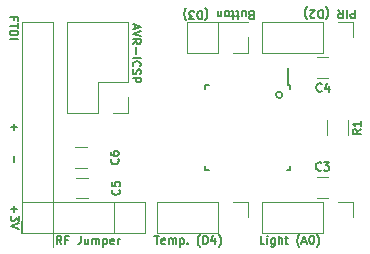
<source format=gto>
G04 #@! TF.FileFunction,Legend,Top*
%FSLAX46Y46*%
G04 Gerber Fmt 4.6, Leading zero omitted, Abs format (unit mm)*
G04 Created by KiCad (PCBNEW 4.0.5+dfsg1-4) date Tue May  8 10:32:57 2018*
%MOMM*%
%LPD*%
G01*
G04 APERTURE LIST*
%ADD10C,0.100000*%
%ADD11C,0.150000*%
%ADD12C,0.120000*%
%ADD13C,0.200000*%
G04 APERTURE END LIST*
D10*
D11*
X4556668Y-20046667D02*
X4323334Y-19713333D01*
X4156668Y-20046667D02*
X4156668Y-19346667D01*
X4423334Y-19346667D01*
X4490001Y-19380000D01*
X4523334Y-19413333D01*
X4556668Y-19480000D01*
X4556668Y-19580000D01*
X4523334Y-19646667D01*
X4490001Y-19680000D01*
X4423334Y-19713333D01*
X4156668Y-19713333D01*
X5090001Y-19680000D02*
X4856668Y-19680000D01*
X4856668Y-20046667D02*
X4856668Y-19346667D01*
X5190001Y-19346667D01*
X6190001Y-19346667D02*
X6190001Y-19846667D01*
X6156667Y-19946667D01*
X6090001Y-20013333D01*
X5990001Y-20046667D01*
X5923334Y-20046667D01*
X6823334Y-19580000D02*
X6823334Y-20046667D01*
X6523334Y-19580000D02*
X6523334Y-19946667D01*
X6556667Y-20013333D01*
X6623334Y-20046667D01*
X6723334Y-20046667D01*
X6790000Y-20013333D01*
X6823334Y-19980000D01*
X7156667Y-20046667D02*
X7156667Y-19580000D01*
X7156667Y-19646667D02*
X7190000Y-19613333D01*
X7256667Y-19580000D01*
X7356667Y-19580000D01*
X7423333Y-19613333D01*
X7456667Y-19680000D01*
X7456667Y-20046667D01*
X7456667Y-19680000D02*
X7490000Y-19613333D01*
X7556667Y-19580000D01*
X7656667Y-19580000D01*
X7723333Y-19613333D01*
X7756667Y-19680000D01*
X7756667Y-20046667D01*
X8090000Y-19580000D02*
X8090000Y-20280000D01*
X8090000Y-19613333D02*
X8156666Y-19580000D01*
X8290000Y-19580000D01*
X8356666Y-19613333D01*
X8390000Y-19646667D01*
X8423333Y-19713333D01*
X8423333Y-19913333D01*
X8390000Y-19980000D01*
X8356666Y-20013333D01*
X8290000Y-20046667D01*
X8156666Y-20046667D01*
X8090000Y-20013333D01*
X8989999Y-20013333D02*
X8923333Y-20046667D01*
X8789999Y-20046667D01*
X8723333Y-20013333D01*
X8689999Y-19946667D01*
X8689999Y-19680000D01*
X8723333Y-19613333D01*
X8789999Y-19580000D01*
X8923333Y-19580000D01*
X8989999Y-19613333D01*
X9023333Y-19680000D01*
X9023333Y-19746667D01*
X8689999Y-19813333D01*
X9323333Y-20046667D02*
X9323333Y-19580000D01*
X9323333Y-19713333D02*
X9356666Y-19646667D01*
X9389999Y-19613333D01*
X9456666Y-19580000D01*
X9523333Y-19580000D01*
D12*
X3880000Y-18900000D02*
X3880000Y-20270000D01*
X11630000Y-19100000D02*
X11630000Y-17550000D01*
X8890000Y-19130000D02*
X11610000Y-19130000D01*
X8990000Y-16470000D02*
X10400000Y-16470000D01*
D11*
X1200000Y-19090000D02*
X1200000Y-18120000D01*
D12*
X2600000Y-19110000D02*
X1260000Y-19110000D01*
X1210000Y-16290000D02*
X1210000Y-18090000D01*
D11*
X520000Y-16820000D02*
X520000Y-17353333D01*
X253333Y-17086666D02*
X786667Y-17086666D01*
X953333Y-17620000D02*
X953333Y-18053333D01*
X686667Y-17820000D01*
X686667Y-17920000D01*
X653333Y-17986667D01*
X620000Y-18020000D01*
X553333Y-18053333D01*
X386667Y-18053333D01*
X320000Y-18020000D01*
X286667Y-17986667D01*
X253333Y-17920000D01*
X253333Y-17720000D01*
X286667Y-17653333D01*
X320000Y-17620000D01*
X953333Y-18253334D02*
X253333Y-18486667D01*
X953333Y-18720000D01*
X10783333Y-1450000D02*
X10783333Y-1783334D01*
X10583333Y-1383334D02*
X11283333Y-1616667D01*
X10583333Y-1850000D01*
X11283333Y-1983334D02*
X10583333Y-2216667D01*
X11283333Y-2450000D01*
X10583333Y-3083334D02*
X10916667Y-2850000D01*
X10583333Y-2683334D02*
X11283333Y-2683334D01*
X11283333Y-2950000D01*
X11250000Y-3016667D01*
X11216667Y-3050000D01*
X11150000Y-3083334D01*
X11050000Y-3083334D01*
X10983333Y-3050000D01*
X10950000Y-3016667D01*
X10916667Y-2950000D01*
X10916667Y-2683334D01*
X10850000Y-3383334D02*
X10850000Y-3916667D01*
X10583333Y-4250001D02*
X11283333Y-4250001D01*
X10650000Y-4983334D02*
X10616667Y-4950000D01*
X10583333Y-4850000D01*
X10583333Y-4783334D01*
X10616667Y-4683334D01*
X10683333Y-4616667D01*
X10750000Y-4583334D01*
X10883333Y-4550000D01*
X10983333Y-4550000D01*
X11116667Y-4583334D01*
X11183333Y-4616667D01*
X11250000Y-4683334D01*
X11283333Y-4783334D01*
X11283333Y-4850000D01*
X11250000Y-4950000D01*
X11216667Y-4983334D01*
X10616667Y-5250000D02*
X10583333Y-5350000D01*
X10583333Y-5516667D01*
X10616667Y-5583334D01*
X10650000Y-5616667D01*
X10716667Y-5650000D01*
X10783333Y-5650000D01*
X10850000Y-5616667D01*
X10883333Y-5583334D01*
X10916667Y-5516667D01*
X10950000Y-5383334D01*
X10983333Y-5316667D01*
X11016667Y-5283334D01*
X11083333Y-5250000D01*
X11150000Y-5250000D01*
X11216667Y-5283334D01*
X11250000Y-5316667D01*
X11283333Y-5383334D01*
X11283333Y-5550000D01*
X11250000Y-5650000D01*
X10583333Y-5950001D02*
X11283333Y-5950001D01*
X11283333Y-6216667D01*
X11250000Y-6283334D01*
X11216667Y-6316667D01*
X11150000Y-6350001D01*
X11050000Y-6350001D01*
X10983333Y-6316667D01*
X10950000Y-6283334D01*
X10916667Y-6216667D01*
X10916667Y-5950001D01*
X550000Y-12533334D02*
X550000Y-13066667D01*
X550000Y-9833334D02*
X550000Y-10366667D01*
X283333Y-10100000D02*
X816667Y-10100000D01*
X550000Y-1066667D02*
X550000Y-833334D01*
X183333Y-833334D02*
X883333Y-833334D01*
X883333Y-1166667D01*
X883333Y-1333334D02*
X883333Y-1733334D01*
X183333Y-1533334D02*
X883333Y-1533334D01*
X183333Y-1966667D02*
X883333Y-1966667D01*
X883333Y-2133333D01*
X850000Y-2233333D01*
X783333Y-2300000D01*
X716667Y-2333333D01*
X583333Y-2366667D01*
X483333Y-2366667D01*
X350000Y-2333333D01*
X283333Y-2300000D01*
X216667Y-2233333D01*
X183333Y-2133333D01*
X183333Y-1966667D01*
X183333Y-2666667D02*
X883333Y-2666667D01*
D13*
X23259258Y-7400000D02*
G75*
G03X23259258Y-7400000I-269258J0D01*
G01*
D11*
X12433334Y-19316667D02*
X12833334Y-19316667D01*
X12633334Y-20016667D02*
X12633334Y-19316667D01*
X13333333Y-19983333D02*
X13266667Y-20016667D01*
X13133333Y-20016667D01*
X13066667Y-19983333D01*
X13033333Y-19916667D01*
X13033333Y-19650000D01*
X13066667Y-19583333D01*
X13133333Y-19550000D01*
X13266667Y-19550000D01*
X13333333Y-19583333D01*
X13366667Y-19650000D01*
X13366667Y-19716667D01*
X13033333Y-19783333D01*
X13666667Y-20016667D02*
X13666667Y-19550000D01*
X13666667Y-19616667D02*
X13700000Y-19583333D01*
X13766667Y-19550000D01*
X13866667Y-19550000D01*
X13933333Y-19583333D01*
X13966667Y-19650000D01*
X13966667Y-20016667D01*
X13966667Y-19650000D02*
X14000000Y-19583333D01*
X14066667Y-19550000D01*
X14166667Y-19550000D01*
X14233333Y-19583333D01*
X14266667Y-19650000D01*
X14266667Y-20016667D01*
X14600000Y-19550000D02*
X14600000Y-20250000D01*
X14600000Y-19583333D02*
X14666666Y-19550000D01*
X14800000Y-19550000D01*
X14866666Y-19583333D01*
X14900000Y-19616667D01*
X14933333Y-19683333D01*
X14933333Y-19883333D01*
X14900000Y-19950000D01*
X14866666Y-19983333D01*
X14800000Y-20016667D01*
X14666666Y-20016667D01*
X14600000Y-19983333D01*
X15233333Y-19950000D02*
X15266666Y-19983333D01*
X15233333Y-20016667D01*
X15199999Y-19983333D01*
X15233333Y-19950000D01*
X15233333Y-20016667D01*
X16299999Y-20283333D02*
X16266665Y-20250000D01*
X16199999Y-20150000D01*
X16166665Y-20083333D01*
X16133332Y-19983333D01*
X16099999Y-19816667D01*
X16099999Y-19683333D01*
X16133332Y-19516667D01*
X16166665Y-19416667D01*
X16199999Y-19350000D01*
X16266665Y-19250000D01*
X16299999Y-19216667D01*
X16566666Y-20016667D02*
X16566666Y-19316667D01*
X16733332Y-19316667D01*
X16833332Y-19350000D01*
X16899999Y-19416667D01*
X16933332Y-19483333D01*
X16966666Y-19616667D01*
X16966666Y-19716667D01*
X16933332Y-19850000D01*
X16899999Y-19916667D01*
X16833332Y-19983333D01*
X16733332Y-20016667D01*
X16566666Y-20016667D01*
X17566666Y-19550000D02*
X17566666Y-20016667D01*
X17399999Y-19283333D02*
X17233332Y-19783333D01*
X17666666Y-19783333D01*
X17866666Y-20283333D02*
X17899999Y-20250000D01*
X17966666Y-20150000D01*
X17999999Y-20083333D01*
X18033333Y-19983333D01*
X18066666Y-19816667D01*
X18066666Y-19683333D01*
X18033333Y-19516667D01*
X17999999Y-19416667D01*
X17966666Y-19350000D01*
X17899999Y-19250000D01*
X17866666Y-19216667D01*
X21750000Y-20016667D02*
X21416667Y-20016667D01*
X21416667Y-19316667D01*
X21983334Y-20016667D02*
X21983334Y-19550000D01*
X21983334Y-19316667D02*
X21950000Y-19350000D01*
X21983334Y-19383333D01*
X22016667Y-19350000D01*
X21983334Y-19316667D01*
X21983334Y-19383333D01*
X22616667Y-19550000D02*
X22616667Y-20116667D01*
X22583333Y-20183333D01*
X22550000Y-20216667D01*
X22483333Y-20250000D01*
X22383333Y-20250000D01*
X22316667Y-20216667D01*
X22616667Y-19983333D02*
X22550000Y-20016667D01*
X22416667Y-20016667D01*
X22350000Y-19983333D01*
X22316667Y-19950000D01*
X22283333Y-19883333D01*
X22283333Y-19683333D01*
X22316667Y-19616667D01*
X22350000Y-19583333D01*
X22416667Y-19550000D01*
X22550000Y-19550000D01*
X22616667Y-19583333D01*
X22950000Y-20016667D02*
X22950000Y-19316667D01*
X23250000Y-20016667D02*
X23250000Y-19650000D01*
X23216666Y-19583333D01*
X23150000Y-19550000D01*
X23050000Y-19550000D01*
X22983333Y-19583333D01*
X22950000Y-19616667D01*
X23483333Y-19550000D02*
X23749999Y-19550000D01*
X23583333Y-19316667D02*
X23583333Y-19916667D01*
X23616666Y-19983333D01*
X23683333Y-20016667D01*
X23749999Y-20016667D01*
X24716666Y-20283333D02*
X24683332Y-20250000D01*
X24616666Y-20150000D01*
X24583332Y-20083333D01*
X24549999Y-19983333D01*
X24516666Y-19816667D01*
X24516666Y-19683333D01*
X24549999Y-19516667D01*
X24583332Y-19416667D01*
X24616666Y-19350000D01*
X24683332Y-19250000D01*
X24716666Y-19216667D01*
X24949999Y-19816667D02*
X25283333Y-19816667D01*
X24883333Y-20016667D02*
X25116666Y-19316667D01*
X25349999Y-20016667D01*
X25716666Y-19316667D02*
X25783333Y-19316667D01*
X25849999Y-19350000D01*
X25883333Y-19383333D01*
X25916666Y-19450000D01*
X25949999Y-19583333D01*
X25949999Y-19750000D01*
X25916666Y-19883333D01*
X25883333Y-19950000D01*
X25849999Y-19983333D01*
X25783333Y-20016667D01*
X25716666Y-20016667D01*
X25649999Y-19983333D01*
X25616666Y-19950000D01*
X25583333Y-19883333D01*
X25549999Y-19750000D01*
X25549999Y-19583333D01*
X25583333Y-19450000D01*
X25616666Y-19383333D01*
X25649999Y-19350000D01*
X25716666Y-19316667D01*
X26183333Y-20283333D02*
X26216666Y-20250000D01*
X26283333Y-20150000D01*
X26316666Y-20083333D01*
X26350000Y-19983333D01*
X26383333Y-19816667D01*
X26383333Y-19683333D01*
X26350000Y-19516667D01*
X26316666Y-19416667D01*
X26283333Y-19350000D01*
X26216666Y-19250000D01*
X26183333Y-19216667D01*
X29416666Y-183333D02*
X29416666Y-883333D01*
X29150000Y-883333D01*
X29083333Y-850000D01*
X29050000Y-816667D01*
X29016666Y-750000D01*
X29016666Y-650000D01*
X29050000Y-583333D01*
X29083333Y-550000D01*
X29150000Y-516667D01*
X29416666Y-516667D01*
X28716666Y-183333D02*
X28716666Y-883333D01*
X27983333Y-183333D02*
X28216667Y-516667D01*
X28383333Y-183333D02*
X28383333Y-883333D01*
X28116667Y-883333D01*
X28050000Y-850000D01*
X28016667Y-816667D01*
X27983333Y-750000D01*
X27983333Y-650000D01*
X28016667Y-583333D01*
X28050000Y-550000D01*
X28116667Y-516667D01*
X28383333Y-516667D01*
X26950000Y83333D02*
X26983334Y50000D01*
X27050000Y-50000D01*
X27083334Y-116667D01*
X27116667Y-216667D01*
X27150000Y-383333D01*
X27150000Y-516667D01*
X27116667Y-683333D01*
X27083334Y-783333D01*
X27050000Y-850000D01*
X26983334Y-950000D01*
X26950000Y-983333D01*
X26683333Y-183333D02*
X26683333Y-883333D01*
X26516667Y-883333D01*
X26416667Y-850000D01*
X26350000Y-783333D01*
X26316667Y-716667D01*
X26283333Y-583333D01*
X26283333Y-483333D01*
X26316667Y-350000D01*
X26350000Y-283333D01*
X26416667Y-216667D01*
X26516667Y-183333D01*
X26683333Y-183333D01*
X26016667Y-816667D02*
X25983333Y-850000D01*
X25916667Y-883333D01*
X25750000Y-883333D01*
X25683333Y-850000D01*
X25650000Y-816667D01*
X25616667Y-750000D01*
X25616667Y-683333D01*
X25650000Y-583333D01*
X26050000Y-183333D01*
X25616667Y-183333D01*
X25383333Y83333D02*
X25350000Y50000D01*
X25283333Y-50000D01*
X25250000Y-116667D01*
X25216666Y-216667D01*
X25183333Y-383333D01*
X25183333Y-516667D01*
X25216666Y-683333D01*
X25250000Y-783333D01*
X25283333Y-850000D01*
X25350000Y-950000D01*
X25383333Y-983333D01*
X20616666Y-650000D02*
X20516666Y-616667D01*
X20483333Y-583333D01*
X20449999Y-516667D01*
X20449999Y-416667D01*
X20483333Y-350000D01*
X20516666Y-316667D01*
X20583333Y-283333D01*
X20849999Y-283333D01*
X20849999Y-983333D01*
X20616666Y-983333D01*
X20549999Y-950000D01*
X20516666Y-916667D01*
X20483333Y-850000D01*
X20483333Y-783333D01*
X20516666Y-716667D01*
X20549999Y-683333D01*
X20616666Y-650000D01*
X20849999Y-650000D01*
X19849999Y-750000D02*
X19849999Y-283333D01*
X20149999Y-750000D02*
X20149999Y-383333D01*
X20116666Y-316667D01*
X20049999Y-283333D01*
X19949999Y-283333D01*
X19883333Y-316667D01*
X19849999Y-350000D01*
X19616666Y-750000D02*
X19350000Y-750000D01*
X19516666Y-983333D02*
X19516666Y-383333D01*
X19483333Y-316667D01*
X19416666Y-283333D01*
X19350000Y-283333D01*
X19216666Y-750000D02*
X18950000Y-750000D01*
X19116666Y-983333D02*
X19116666Y-383333D01*
X19083333Y-316667D01*
X19016666Y-283333D01*
X18950000Y-283333D01*
X18616666Y-283333D02*
X18683333Y-316667D01*
X18716666Y-350000D01*
X18750000Y-416667D01*
X18750000Y-616667D01*
X18716666Y-683333D01*
X18683333Y-716667D01*
X18616666Y-750000D01*
X18516666Y-750000D01*
X18450000Y-716667D01*
X18416666Y-683333D01*
X18383333Y-616667D01*
X18383333Y-416667D01*
X18416666Y-350000D01*
X18450000Y-316667D01*
X18516666Y-283333D01*
X18616666Y-283333D01*
X18083333Y-750000D02*
X18083333Y-283333D01*
X18083333Y-683333D02*
X18050000Y-716667D01*
X17983333Y-750000D01*
X17883333Y-750000D01*
X17816667Y-716667D01*
X17783333Y-650000D01*
X17783333Y-283333D01*
X16716667Y-16667D02*
X16750001Y-50000D01*
X16816667Y-150000D01*
X16850001Y-216667D01*
X16883334Y-316667D01*
X16916667Y-483333D01*
X16916667Y-616667D01*
X16883334Y-783333D01*
X16850001Y-883333D01*
X16816667Y-950000D01*
X16750001Y-1050000D01*
X16716667Y-1083333D01*
X16450000Y-283333D02*
X16450000Y-983333D01*
X16283334Y-983333D01*
X16183334Y-950000D01*
X16116667Y-883333D01*
X16083334Y-816667D01*
X16050000Y-683333D01*
X16050000Y-583333D01*
X16083334Y-450000D01*
X16116667Y-383333D01*
X16183334Y-316667D01*
X16283334Y-283333D01*
X16450000Y-283333D01*
X15816667Y-983333D02*
X15383334Y-983333D01*
X15616667Y-716667D01*
X15516667Y-716667D01*
X15450000Y-683333D01*
X15416667Y-650000D01*
X15383334Y-583333D01*
X15383334Y-416667D01*
X15416667Y-350000D01*
X15450000Y-316667D01*
X15516667Y-283333D01*
X15716667Y-283333D01*
X15783334Y-316667D01*
X15816667Y-350000D01*
X15150000Y-16667D02*
X15116667Y-50000D01*
X15050000Y-150000D01*
X15016667Y-216667D01*
X14983333Y-316667D01*
X14950000Y-483333D01*
X14950000Y-616667D01*
X14983333Y-783333D01*
X15016667Y-883333D01*
X15050000Y-950000D01*
X15116667Y-1050000D01*
X15150000Y-1083333D01*
D12*
X3890000Y-16470000D02*
X3890000Y-19130000D01*
X9030000Y-16470000D02*
X3890000Y-16470000D01*
X9030000Y-19130000D02*
X3890000Y-19130000D01*
X9030000Y-16470000D02*
X9030000Y-19130000D01*
X10300000Y-16470000D02*
X11630000Y-16470000D01*
X11630000Y-16470000D02*
X11630000Y-17800000D01*
X3870000Y-1210000D02*
X1210000Y-1210000D01*
X3870000Y-16510000D02*
X3870000Y-1210000D01*
X1210000Y-16510000D02*
X1210000Y-1210000D01*
X3870000Y-16510000D02*
X1210000Y-16510000D01*
X3870000Y-17780000D02*
X3870000Y-19110000D01*
X3870000Y-19110000D02*
X2540000Y-19110000D01*
X12640000Y-16450000D02*
X12640000Y-19110000D01*
X17780000Y-16450000D02*
X12640000Y-16450000D01*
X17780000Y-19110000D02*
X12640000Y-19110000D01*
X17780000Y-16450000D02*
X17780000Y-19110000D01*
X19050000Y-16450000D02*
X20380000Y-16450000D01*
X20380000Y-16450000D02*
X20380000Y-17780000D01*
X27170000Y-14390000D02*
X26170000Y-14390000D01*
X26170000Y-16090000D02*
X27170000Y-16090000D01*
X26170000Y-5930000D02*
X27170000Y-5930000D01*
X27170000Y-4230000D02*
X26170000Y-4230000D01*
X6800000Y-14450000D02*
X5800000Y-14450000D01*
X5800000Y-16150000D02*
X6800000Y-16150000D01*
X6700000Y-11850000D02*
X5700000Y-11850000D01*
X5700000Y-13550000D02*
X6700000Y-13550000D01*
D11*
X23945000Y-6535000D02*
X23720000Y-6535000D01*
X23945000Y-13785000D02*
X23620000Y-13785000D01*
X16695000Y-13785000D02*
X17020000Y-13785000D01*
X16695000Y-6535000D02*
X17020000Y-6535000D01*
X23945000Y-6535000D02*
X23945000Y-6860000D01*
X16695000Y-6535000D02*
X16695000Y-6860000D01*
X16695000Y-13785000D02*
X16695000Y-13460000D01*
X23945000Y-13785000D02*
X23945000Y-13460000D01*
X23720000Y-6535000D02*
X23720000Y-5110000D01*
D12*
X28820000Y-9560000D02*
X28820000Y-10760000D01*
X27060000Y-10760000D02*
X27060000Y-9560000D01*
X10220000Y-1210000D02*
X5020000Y-1210000D01*
X10220000Y-6350000D02*
X10220000Y-1210000D01*
X5020000Y-8950000D02*
X5020000Y-1210000D01*
X10220000Y-6350000D02*
X7620000Y-6350000D01*
X7620000Y-6350000D02*
X7620000Y-8950000D01*
X7620000Y-8950000D02*
X5020000Y-8950000D01*
X10220000Y-7620000D02*
X10220000Y-8950000D01*
X10220000Y-8950000D02*
X8890000Y-8950000D01*
X21530000Y-1210000D02*
X21530000Y-3870000D01*
X26670000Y-1210000D02*
X21530000Y-1210000D01*
X26670000Y-3870000D02*
X21530000Y-3870000D01*
X26670000Y-1210000D02*
X26670000Y-3870000D01*
X27940000Y-1210000D02*
X29270000Y-1210000D01*
X29270000Y-1210000D02*
X29270000Y-2540000D01*
X21530000Y-16450000D02*
X21530000Y-19110000D01*
X26670000Y-16450000D02*
X21530000Y-16450000D01*
X26670000Y-19110000D02*
X21530000Y-19110000D01*
X26670000Y-16450000D02*
X26670000Y-19110000D01*
X27940000Y-16450000D02*
X29270000Y-16450000D01*
X29270000Y-16450000D02*
X29270000Y-17780000D01*
X20380000Y-1210000D02*
X15180000Y-1210000D01*
X20380000Y-1270000D02*
X20380000Y-1210000D01*
X15180000Y-3870000D02*
X15180000Y-1210000D01*
X20380000Y-1270000D02*
X17780000Y-1270000D01*
X17780000Y-1270000D02*
X17780000Y-3870000D01*
X17780000Y-3870000D02*
X15180000Y-3870000D01*
X20380000Y-2540000D02*
X20380000Y-3870000D01*
X20380000Y-3870000D02*
X19050000Y-3870000D01*
D11*
X26553334Y-13740000D02*
X26520000Y-13773333D01*
X26420000Y-13806667D01*
X26353334Y-13806667D01*
X26253334Y-13773333D01*
X26186667Y-13706667D01*
X26153334Y-13640000D01*
X26120000Y-13506667D01*
X26120000Y-13406667D01*
X26153334Y-13273333D01*
X26186667Y-13206667D01*
X26253334Y-13140000D01*
X26353334Y-13106667D01*
X26420000Y-13106667D01*
X26520000Y-13140000D01*
X26553334Y-13173333D01*
X26786667Y-13106667D02*
X27220000Y-13106667D01*
X26986667Y-13373333D01*
X27086667Y-13373333D01*
X27153334Y-13406667D01*
X27186667Y-13440000D01*
X27220000Y-13506667D01*
X27220000Y-13673333D01*
X27186667Y-13740000D01*
X27153334Y-13773333D01*
X27086667Y-13806667D01*
X26886667Y-13806667D01*
X26820000Y-13773333D01*
X26786667Y-13740000D01*
X26583334Y-7050000D02*
X26550000Y-7083333D01*
X26450000Y-7116667D01*
X26383334Y-7116667D01*
X26283334Y-7083333D01*
X26216667Y-7016667D01*
X26183334Y-6950000D01*
X26150000Y-6816667D01*
X26150000Y-6716667D01*
X26183334Y-6583333D01*
X26216667Y-6516667D01*
X26283334Y-6450000D01*
X26383334Y-6416667D01*
X26450000Y-6416667D01*
X26550000Y-6450000D01*
X26583334Y-6483333D01*
X27183334Y-6650000D02*
X27183334Y-7116667D01*
X27016667Y-6383333D02*
X26850000Y-6883333D01*
X27283334Y-6883333D01*
X9450000Y-15416666D02*
X9483333Y-15450000D01*
X9516667Y-15550000D01*
X9516667Y-15616666D01*
X9483333Y-15716666D01*
X9416667Y-15783333D01*
X9350000Y-15816666D01*
X9216667Y-15850000D01*
X9116667Y-15850000D01*
X8983333Y-15816666D01*
X8916667Y-15783333D01*
X8850000Y-15716666D01*
X8816667Y-15616666D01*
X8816667Y-15550000D01*
X8850000Y-15450000D01*
X8883333Y-15416666D01*
X8816667Y-14783333D02*
X8816667Y-15116666D01*
X9150000Y-15150000D01*
X9116667Y-15116666D01*
X9083333Y-15050000D01*
X9083333Y-14883333D01*
X9116667Y-14816666D01*
X9150000Y-14783333D01*
X9216667Y-14750000D01*
X9383333Y-14750000D01*
X9450000Y-14783333D01*
X9483333Y-14816666D01*
X9516667Y-14883333D01*
X9516667Y-15050000D01*
X9483333Y-15116666D01*
X9450000Y-15150000D01*
X9350000Y-12816666D02*
X9383333Y-12850000D01*
X9416667Y-12950000D01*
X9416667Y-13016666D01*
X9383333Y-13116666D01*
X9316667Y-13183333D01*
X9250000Y-13216666D01*
X9116667Y-13250000D01*
X9016667Y-13250000D01*
X8883333Y-13216666D01*
X8816667Y-13183333D01*
X8750000Y-13116666D01*
X8716667Y-13016666D01*
X8716667Y-12950000D01*
X8750000Y-12850000D01*
X8783333Y-12816666D01*
X8716667Y-12216666D02*
X8716667Y-12350000D01*
X8750000Y-12416666D01*
X8783333Y-12450000D01*
X8883333Y-12516666D01*
X9016667Y-12550000D01*
X9283333Y-12550000D01*
X9350000Y-12516666D01*
X9383333Y-12483333D01*
X9416667Y-12416666D01*
X9416667Y-12283333D01*
X9383333Y-12216666D01*
X9350000Y-12183333D01*
X9283333Y-12150000D01*
X9116667Y-12150000D01*
X9050000Y-12183333D01*
X9016667Y-12216666D01*
X8983333Y-12283333D01*
X8983333Y-12416666D01*
X9016667Y-12483333D01*
X9050000Y-12516666D01*
X9116667Y-12550000D01*
X29916667Y-10316666D02*
X29583333Y-10550000D01*
X29916667Y-10716666D02*
X29216667Y-10716666D01*
X29216667Y-10450000D01*
X29250000Y-10383333D01*
X29283333Y-10350000D01*
X29350000Y-10316666D01*
X29450000Y-10316666D01*
X29516667Y-10350000D01*
X29550000Y-10383333D01*
X29583333Y-10450000D01*
X29583333Y-10716666D01*
X29916667Y-9650000D02*
X29916667Y-10050000D01*
X29916667Y-9850000D02*
X29216667Y-9850000D01*
X29316667Y-9916666D01*
X29383333Y-9983333D01*
X29416667Y-10050000D01*
M02*

</source>
